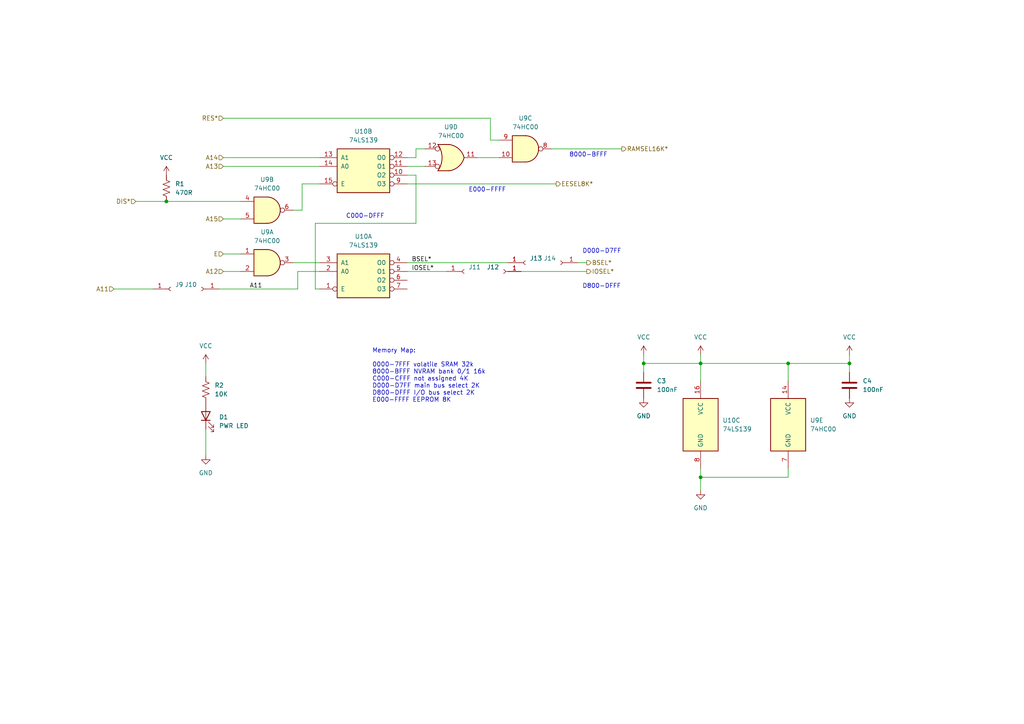
<source format=kicad_sch>
(kicad_sch (version 20230121) (generator eeschema)

  (uuid 6ed76121-9f06-4904-8c42-8dd192c2a656)

  (paper "A4")

  (lib_symbols
    (symbol "74xx:74HC00" (pin_names (offset 1.016)) (in_bom yes) (on_board yes)
      (property "Reference" "U" (at 0 1.27 0)
        (effects (font (size 1.27 1.27)))
      )
      (property "Value" "74HC00" (at 0 -1.27 0)
        (effects (font (size 1.27 1.27)))
      )
      (property "Footprint" "" (at 0 0 0)
        (effects (font (size 1.27 1.27)) hide)
      )
      (property "Datasheet" "http://www.ti.com/lit/gpn/sn74hc00" (at 0 0 0)
        (effects (font (size 1.27 1.27)) hide)
      )
      (property "ki_locked" "" (at 0 0 0)
        (effects (font (size 1.27 1.27)))
      )
      (property "ki_keywords" "HCMOS nand 2-input" (at 0 0 0)
        (effects (font (size 1.27 1.27)) hide)
      )
      (property "ki_description" "quad 2-input NAND gate" (at 0 0 0)
        (effects (font (size 1.27 1.27)) hide)
      )
      (property "ki_fp_filters" "DIP*W7.62mm* SO14*" (at 0 0 0)
        (effects (font (size 1.27 1.27)) hide)
      )
      (symbol "74HC00_1_1"
        (arc (start 0 -3.81) (mid 3.7934 0) (end 0 3.81)
          (stroke (width 0.254) (type default))
          (fill (type background))
        )
        (polyline
          (pts
            (xy 0 3.81)
            (xy -3.81 3.81)
            (xy -3.81 -3.81)
            (xy 0 -3.81)
          )
          (stroke (width 0.254) (type default))
          (fill (type background))
        )
        (pin input line (at -7.62 2.54 0) (length 3.81)
          (name "~" (effects (font (size 1.27 1.27))))
          (number "1" (effects (font (size 1.27 1.27))))
        )
        (pin input line (at -7.62 -2.54 0) (length 3.81)
          (name "~" (effects (font (size 1.27 1.27))))
          (number "2" (effects (font (size 1.27 1.27))))
        )
        (pin output inverted (at 7.62 0 180) (length 3.81)
          (name "~" (effects (font (size 1.27 1.27))))
          (number "3" (effects (font (size 1.27 1.27))))
        )
      )
      (symbol "74HC00_1_2"
        (arc (start -3.81 -3.81) (mid -2.589 0) (end -3.81 3.81)
          (stroke (width 0.254) (type default))
          (fill (type none))
        )
        (arc (start -0.6096 -3.81) (mid 2.1842 -2.5851) (end 3.81 0)
          (stroke (width 0.254) (type default))
          (fill (type background))
        )
        (polyline
          (pts
            (xy -3.81 -3.81)
            (xy -0.635 -3.81)
          )
          (stroke (width 0.254) (type default))
          (fill (type background))
        )
        (polyline
          (pts
            (xy -3.81 3.81)
            (xy -0.635 3.81)
          )
          (stroke (width 0.254) (type default))
          (fill (type background))
        )
        (polyline
          (pts
            (xy -0.635 3.81)
            (xy -3.81 3.81)
            (xy -3.81 3.81)
            (xy -3.556 3.4036)
            (xy -3.0226 2.2606)
            (xy -2.6924 1.0414)
            (xy -2.6162 -0.254)
            (xy -2.7686 -1.4986)
            (xy -3.175 -2.7178)
            (xy -3.81 -3.81)
            (xy -3.81 -3.81)
            (xy -0.635 -3.81)
          )
          (stroke (width -25.4) (type default))
          (fill (type background))
        )
        (arc (start 3.81 0) (mid 2.1915 2.5936) (end -0.6096 3.81)
          (stroke (width 0.254) (type default))
          (fill (type background))
        )
        (pin input inverted (at -7.62 2.54 0) (length 4.318)
          (name "~" (effects (font (size 1.27 1.27))))
          (number "1" (effects (font (size 1.27 1.27))))
        )
        (pin input inverted (at -7.62 -2.54 0) (length 4.318)
          (name "~" (effects (font (size 1.27 1.27))))
          (number "2" (effects (font (size 1.27 1.27))))
        )
        (pin output line (at 7.62 0 180) (length 3.81)
          (name "~" (effects (font (size 1.27 1.27))))
          (number "3" (effects (font (size 1.27 1.27))))
        )
      )
      (symbol "74HC00_2_1"
        (arc (start 0 -3.81) (mid 3.7934 0) (end 0 3.81)
          (stroke (width 0.254) (type default))
          (fill (type background))
        )
        (polyline
          (pts
            (xy 0 3.81)
            (xy -3.81 3.81)
            (xy -3.81 -3.81)
            (xy 0 -3.81)
          )
          (stroke (width 0.254) (type default))
          (fill (type background))
        )
        (pin input line (at -7.62 2.54 0) (length 3.81)
          (name "~" (effects (font (size 1.27 1.27))))
          (number "4" (effects (font (size 1.27 1.27))))
        )
        (pin input line (at -7.62 -2.54 0) (length 3.81)
          (name "~" (effects (font (size 1.27 1.27))))
          (number "5" (effects (font (size 1.27 1.27))))
        )
        (pin output inverted (at 7.62 0 180) (length 3.81)
          (name "~" (effects (font (size 1.27 1.27))))
          (number "6" (effects (font (size 1.27 1.27))))
        )
      )
      (symbol "74HC00_2_2"
        (arc (start -3.81 -3.81) (mid -2.589 0) (end -3.81 3.81)
          (stroke (width 0.254) (type default))
          (fill (type none))
        )
        (arc (start -0.6096 -3.81) (mid 2.1842 -2.5851) (end 3.81 0)
          (stroke (width 0.254) (type default))
          (fill (type background))
        )
        (polyline
          (pts
            (xy -3.81 -3.81)
            (xy -0.635 -3.81)
          )
          (stroke (width 0.254) (type default))
          (fill (type background))
        )
        (polyline
          (pts
            (xy -3.81 3.81)
            (xy -0.635 3.81)
          )
          (stroke (width 0.254) (type default))
          (fill (type background))
        )
        (polyline
          (pts
            (xy -0.635 3.81)
            (xy -3.81 3.81)
            (xy -3.81 3.81)
            (xy -3.556 3.4036)
            (xy -3.0226 2.2606)
            (xy -2.6924 1.0414)
            (xy -2.6162 -0.254)
            (xy -2.7686 -1.4986)
            (xy -3.175 -2.7178)
            (xy -3.81 -3.81)
            (xy -3.81 -3.81)
            (xy -0.635 -3.81)
          )
          (stroke (width -25.4) (type default))
          (fill (type background))
        )
        (arc (start 3.81 0) (mid 2.1915 2.5936) (end -0.6096 3.81)
          (stroke (width 0.254) (type default))
          (fill (type background))
        )
        (pin input inverted (at -7.62 2.54 0) (length 4.318)
          (name "~" (effects (font (size 1.27 1.27))))
          (number "4" (effects (font (size 1.27 1.27))))
        )
        (pin input inverted (at -7.62 -2.54 0) (length 4.318)
          (name "~" (effects (font (size 1.27 1.27))))
          (number "5" (effects (font (size 1.27 1.27))))
        )
        (pin output line (at 7.62 0 180) (length 3.81)
          (name "~" (effects (font (size 1.27 1.27))))
          (number "6" (effects (font (size 1.27 1.27))))
        )
      )
      (symbol "74HC00_3_1"
        (arc (start 0 -3.81) (mid 3.7934 0) (end 0 3.81)
          (stroke (width 0.254) (type default))
          (fill (type background))
        )
        (polyline
          (pts
            (xy 0 3.81)
            (xy -3.81 3.81)
            (xy -3.81 -3.81)
            (xy 0 -3.81)
          )
          (stroke (width 0.254) (type default))
          (fill (type background))
        )
        (pin input line (at -7.62 -2.54 0) (length 3.81)
          (name "~" (effects (font (size 1.27 1.27))))
          (number "10" (effects (font (size 1.27 1.27))))
        )
        (pin output inverted (at 7.62 0 180) (length 3.81)
          (name "~" (effects (font (size 1.27 1.27))))
          (number "8" (effects (font (size 1.27 1.27))))
        )
        (pin input line (at -7.62 2.54 0) (length 3.81)
          (name "~" (effects (font (size 1.27 1.27))))
          (number "9" (effects (font (size 1.27 1.27))))
        )
      )
      (symbol "74HC00_3_2"
        (arc (start -3.81 -3.81) (mid -2.589 0) (end -3.81 3.81)
          (stroke (width 0.254) (type default))
          (fill (type none))
        )
        (arc (start -0.6096 -3.81) (mid 2.1842 -2.5851) (end 3.81 0)
          (stroke (width 0.254) (type default))
          (fill (type background))
        )
        (polyline
          (pts
            (xy -3.81 -3.81)
            (xy -0.635 -3.81)
          )
          (stroke (width 0.254) (type default))
          (fill (type background))
        )
        (polyline
          (pts
            (xy -3.81 3.81)
            (xy -0.635 3.81)
          )
          (stroke (width 0.254) (type default))
          (fill (type background))
        )
        (polyline
          (pts
            (xy -0.635 3.81)
            (xy -3.81 3.81)
            (xy -3.81 3.81)
            (xy -3.556 3.4036)
            (xy -3.0226 2.2606)
            (xy -2.6924 1.0414)
            (xy -2.6162 -0.254)
            (xy -2.7686 -1.4986)
            (xy -3.175 -2.7178)
            (xy -3.81 -3.81)
            (xy -3.81 -3.81)
            (xy -0.635 -3.81)
          )
          (stroke (width -25.4) (type default))
          (fill (type background))
        )
        (arc (start 3.81 0) (mid 2.1915 2.5936) (end -0.6096 3.81)
          (stroke (width 0.254) (type default))
          (fill (type background))
        )
        (pin input inverted (at -7.62 -2.54 0) (length 4.318)
          (name "~" (effects (font (size 1.27 1.27))))
          (number "10" (effects (font (size 1.27 1.27))))
        )
        (pin output line (at 7.62 0 180) (length 3.81)
          (name "~" (effects (font (size 1.27 1.27))))
          (number "8" (effects (font (size 1.27 1.27))))
        )
        (pin input inverted (at -7.62 2.54 0) (length 4.318)
          (name "~" (effects (font (size 1.27 1.27))))
          (number "9" (effects (font (size 1.27 1.27))))
        )
      )
      (symbol "74HC00_4_1"
        (arc (start 0 -3.81) (mid 3.7934 0) (end 0 3.81)
          (stroke (width 0.254) (type default))
          (fill (type background))
        )
        (polyline
          (pts
            (xy 0 3.81)
            (xy -3.81 3.81)
            (xy -3.81 -3.81)
            (xy 0 -3.81)
          )
          (stroke (width 0.254) (type default))
          (fill (type background))
        )
        (pin output inverted (at 7.62 0 180) (length 3.81)
          (name "~" (effects (font (size 1.27 1.27))))
          (number "11" (effects (font (size 1.27 1.27))))
        )
        (pin input line (at -7.62 2.54 0) (length 3.81)
          (name "~" (effects (font (size 1.27 1.27))))
          (number "12" (effects (font (size 1.27 1.27))))
        )
        (pin input line (at -7.62 -2.54 0) (length 3.81)
          (name "~" (effects (font (size 1.27 1.27))))
          (number "13" (effects (font (size 1.27 1.27))))
        )
      )
      (symbol "74HC00_4_2"
        (arc (start -3.81 -3.81) (mid -2.589 0) (end -3.81 3.81)
          (stroke (width 0.254) (type default))
          (fill (type none))
        )
        (arc (start -0.6096 -3.81) (mid 2.1842 -2.5851) (end 3.81 0)
          (stroke (width 0.254) (type default))
          (fill (type background))
        )
        (polyline
          (pts
            (xy -3.81 -3.81)
            (xy -0.635 -3.81)
          )
          (stroke (width 0.254) (type default))
          (fill (type background))
        )
        (polyline
          (pts
            (xy -3.81 3.81)
            (xy -0.635 3.81)
          )
          (stroke (width 0.254) (type default))
          (fill (type background))
        )
        (polyline
          (pts
            (xy -0.635 3.81)
            (xy -3.81 3.81)
            (xy -3.81 3.81)
            (xy -3.556 3.4036)
            (xy -3.0226 2.2606)
            (xy -2.6924 1.0414)
            (xy -2.6162 -0.254)
            (xy -2.7686 -1.4986)
            (xy -3.175 -2.7178)
            (xy -3.81 -3.81)
            (xy -3.81 -3.81)
            (xy -0.635 -3.81)
          )
          (stroke (width -25.4) (type default))
          (fill (type background))
        )
        (arc (start 3.81 0) (mid 2.1915 2.5936) (end -0.6096 3.81)
          (stroke (width 0.254) (type default))
          (fill (type background))
        )
        (pin output line (at 7.62 0 180) (length 3.81)
          (name "~" (effects (font (size 1.27 1.27))))
          (number "11" (effects (font (size 1.27 1.27))))
        )
        (pin input inverted (at -7.62 2.54 0) (length 4.318)
          (name "~" (effects (font (size 1.27 1.27))))
          (number "12" (effects (font (size 1.27 1.27))))
        )
        (pin input inverted (at -7.62 -2.54 0) (length 4.318)
          (name "~" (effects (font (size 1.27 1.27))))
          (number "13" (effects (font (size 1.27 1.27))))
        )
      )
      (symbol "74HC00_5_0"
        (pin power_in line (at 0 12.7 270) (length 5.08)
          (name "VCC" (effects (font (size 1.27 1.27))))
          (number "14" (effects (font (size 1.27 1.27))))
        )
        (pin power_in line (at 0 -12.7 90) (length 5.08)
          (name "GND" (effects (font (size 1.27 1.27))))
          (number "7" (effects (font (size 1.27 1.27))))
        )
      )
      (symbol "74HC00_5_1"
        (rectangle (start -5.08 7.62) (end 5.08 -7.62)
          (stroke (width 0.254) (type default))
          (fill (type background))
        )
      )
    )
    (symbol "74xx:74LS139" (pin_names (offset 1.016)) (in_bom yes) (on_board yes)
      (property "Reference" "U" (at -7.62 8.89 0)
        (effects (font (size 1.27 1.27)))
      )
      (property "Value" "74LS139" (at -7.62 -8.89 0)
        (effects (font (size 1.27 1.27)))
      )
      (property "Footprint" "" (at 0 0 0)
        (effects (font (size 1.27 1.27)) hide)
      )
      (property "Datasheet" "http://www.ti.com/lit/ds/symlink/sn74ls139a.pdf" (at 0 0 0)
        (effects (font (size 1.27 1.27)) hide)
      )
      (property "ki_locked" "" (at 0 0 0)
        (effects (font (size 1.27 1.27)))
      )
      (property "ki_keywords" "TTL DECOD4" (at 0 0 0)
        (effects (font (size 1.27 1.27)) hide)
      )
      (property "ki_description" "Dual Decoder 1 of 4, Active low outputs" (at 0 0 0)
        (effects (font (size 1.27 1.27)) hide)
      )
      (property "ki_fp_filters" "DIP?16*" (at 0 0 0)
        (effects (font (size 1.27 1.27)) hide)
      )
      (symbol "74LS139_1_0"
        (pin input inverted (at -12.7 -5.08 0) (length 5.08)
          (name "E" (effects (font (size 1.27 1.27))))
          (number "1" (effects (font (size 1.27 1.27))))
        )
        (pin input line (at -12.7 0 0) (length 5.08)
          (name "A0" (effects (font (size 1.27 1.27))))
          (number "2" (effects (font (size 1.27 1.27))))
        )
        (pin input line (at -12.7 2.54 0) (length 5.08)
          (name "A1" (effects (font (size 1.27 1.27))))
          (number "3" (effects (font (size 1.27 1.27))))
        )
        (pin output inverted (at 12.7 2.54 180) (length 5.08)
          (name "O0" (effects (font (size 1.27 1.27))))
          (number "4" (effects (font (size 1.27 1.27))))
        )
        (pin output inverted (at 12.7 0 180) (length 5.08)
          (name "O1" (effects (font (size 1.27 1.27))))
          (number "5" (effects (font (size 1.27 1.27))))
        )
        (pin output inverted (at 12.7 -2.54 180) (length 5.08)
          (name "O2" (effects (font (size 1.27 1.27))))
          (number "6" (effects (font (size 1.27 1.27))))
        )
        (pin output inverted (at 12.7 -5.08 180) (length 5.08)
          (name "O3" (effects (font (size 1.27 1.27))))
          (number "7" (effects (font (size 1.27 1.27))))
        )
      )
      (symbol "74LS139_1_1"
        (rectangle (start -7.62 5.08) (end 7.62 -7.62)
          (stroke (width 0.254) (type default))
          (fill (type background))
        )
      )
      (symbol "74LS139_2_0"
        (pin output inverted (at 12.7 -2.54 180) (length 5.08)
          (name "O2" (effects (font (size 1.27 1.27))))
          (number "10" (effects (font (size 1.27 1.27))))
        )
        (pin output inverted (at 12.7 0 180) (length 5.08)
          (name "O1" (effects (font (size 1.27 1.27))))
          (number "11" (effects (font (size 1.27 1.27))))
        )
        (pin output inverted (at 12.7 2.54 180) (length 5.08)
          (name "O0" (effects (font (size 1.27 1.27))))
          (number "12" (effects (font (size 1.27 1.27))))
        )
        (pin input line (at -12.7 2.54 0) (length 5.08)
          (name "A1" (effects (font (size 1.27 1.27))))
          (number "13" (effects (font (size 1.27 1.27))))
        )
        (pin input line (at -12.7 0 0) (length 5.08)
          (name "A0" (effects (font (size 1.27 1.27))))
          (number "14" (effects (font (size 1.27 1.27))))
        )
        (pin input inverted (at -12.7 -5.08 0) (length 5.08)
          (name "E" (effects (font (size 1.27 1.27))))
          (number "15" (effects (font (size 1.27 1.27))))
        )
        (pin output inverted (at 12.7 -5.08 180) (length 5.08)
          (name "O3" (effects (font (size 1.27 1.27))))
          (number "9" (effects (font (size 1.27 1.27))))
        )
      )
      (symbol "74LS139_2_1"
        (rectangle (start -7.62 5.08) (end 7.62 -7.62)
          (stroke (width 0.254) (type default))
          (fill (type background))
        )
      )
      (symbol "74LS139_3_0"
        (pin power_in line (at 0 12.7 270) (length 5.08)
          (name "VCC" (effects (font (size 1.27 1.27))))
          (number "16" (effects (font (size 1.27 1.27))))
        )
        (pin power_in line (at 0 -12.7 90) (length 5.08)
          (name "GND" (effects (font (size 1.27 1.27))))
          (number "8" (effects (font (size 1.27 1.27))))
        )
      )
      (symbol "74LS139_3_1"
        (rectangle (start -5.08 7.62) (end 5.08 -7.62)
          (stroke (width 0.254) (type default))
          (fill (type background))
        )
      )
    )
    (symbol "Connector:Conn_01x01_Female" (pin_names (offset 1.016) hide) (in_bom yes) (on_board yes)
      (property "Reference" "J" (at 0 2.54 0)
        (effects (font (size 1.27 1.27)))
      )
      (property "Value" "Conn_01x01_Female" (at 0 -2.54 0)
        (effects (font (size 1.27 1.27)))
      )
      (property "Footprint" "" (at 0 0 0)
        (effects (font (size 1.27 1.27)) hide)
      )
      (property "Datasheet" "~" (at 0 0 0)
        (effects (font (size 1.27 1.27)) hide)
      )
      (property "ki_keywords" "connector" (at 0 0 0)
        (effects (font (size 1.27 1.27)) hide)
      )
      (property "ki_description" "Generic connector, single row, 01x01, script generated (kicad-library-utils/schlib/autogen/connector/)" (at 0 0 0)
        (effects (font (size 1.27 1.27)) hide)
      )
      (property "ki_fp_filters" "Connector*:*" (at 0 0 0)
        (effects (font (size 1.27 1.27)) hide)
      )
      (symbol "Conn_01x01_Female_1_1"
        (polyline
          (pts
            (xy -1.27 0)
            (xy -0.508 0)
          )
          (stroke (width 0.1524) (type default))
          (fill (type none))
        )
        (arc (start 0 0.508) (mid -0.5058 0) (end 0 -0.508)
          (stroke (width 0.1524) (type default))
          (fill (type none))
        )
        (pin passive line (at -5.08 0 0) (length 3.81)
          (name "Pin_1" (effects (font (size 1.27 1.27))))
          (number "1" (effects (font (size 1.27 1.27))))
        )
      )
    )
    (symbol "Device:C" (pin_numbers hide) (pin_names (offset 0.254)) (in_bom yes) (on_board yes)
      (property "Reference" "C" (at 0.635 2.54 0)
        (effects (font (size 1.27 1.27)) (justify left))
      )
      (property "Value" "C" (at 0.635 -2.54 0)
        (effects (font (size 1.27 1.27)) (justify left))
      )
      (property "Footprint" "" (at 0.9652 -3.81 0)
        (effects (font (size 1.27 1.27)) hide)
      )
      (property "Datasheet" "~" (at 0 0 0)
        (effects (font (size 1.27 1.27)) hide)
      )
      (property "ki_keywords" "cap capacitor" (at 0 0 0)
        (effects (font (size 1.27 1.27)) hide)
      )
      (property "ki_description" "Unpolarized capacitor" (at 0 0 0)
        (effects (font (size 1.27 1.27)) hide)
      )
      (property "ki_fp_filters" "C_*" (at 0 0 0)
        (effects (font (size 1.27 1.27)) hide)
      )
      (symbol "C_0_1"
        (polyline
          (pts
            (xy -2.032 -0.762)
            (xy 2.032 -0.762)
          )
          (stroke (width 0.508) (type default))
          (fill (type none))
        )
        (polyline
          (pts
            (xy -2.032 0.762)
            (xy 2.032 0.762)
          )
          (stroke (width 0.508) (type default))
          (fill (type none))
        )
      )
      (symbol "C_1_1"
        (pin passive line (at 0 3.81 270) (length 2.794)
          (name "~" (effects (font (size 1.27 1.27))))
          (number "1" (effects (font (size 1.27 1.27))))
        )
        (pin passive line (at 0 -3.81 90) (length 2.794)
          (name "~" (effects (font (size 1.27 1.27))))
          (number "2" (effects (font (size 1.27 1.27))))
        )
      )
    )
    (symbol "Device:LED" (pin_numbers hide) (pin_names (offset 1.016) hide) (in_bom yes) (on_board yes)
      (property "Reference" "D" (at 0 2.54 0)
        (effects (font (size 1.27 1.27)))
      )
      (property "Value" "LED" (at 0 -2.54 0)
        (effects (font (size 1.27 1.27)))
      )
      (property "Footprint" "" (at 0 0 0)
        (effects (font (size 1.27 1.27)) hide)
      )
      (property "Datasheet" "~" (at 0 0 0)
        (effects (font (size 1.27 1.27)) hide)
      )
      (property "ki_keywords" "LED diode" (at 0 0 0)
        (effects (font (size 1.27 1.27)) hide)
      )
      (property "ki_description" "Light emitting diode" (at 0 0 0)
        (effects (font (size 1.27 1.27)) hide)
      )
      (property "ki_fp_filters" "LED* LED_SMD:* LED_THT:*" (at 0 0 0)
        (effects (font (size 1.27 1.27)) hide)
      )
      (symbol "LED_0_1"
        (polyline
          (pts
            (xy -1.27 -1.27)
            (xy -1.27 1.27)
          )
          (stroke (width 0.254) (type default))
          (fill (type none))
        )
        (polyline
          (pts
            (xy -1.27 0)
            (xy 1.27 0)
          )
          (stroke (width 0) (type default))
          (fill (type none))
        )
        (polyline
          (pts
            (xy 1.27 -1.27)
            (xy 1.27 1.27)
            (xy -1.27 0)
            (xy 1.27 -1.27)
          )
          (stroke (width 0.254) (type default))
          (fill (type none))
        )
        (polyline
          (pts
            (xy -3.048 -0.762)
            (xy -4.572 -2.286)
            (xy -3.81 -2.286)
            (xy -4.572 -2.286)
            (xy -4.572 -1.524)
          )
          (stroke (width 0) (type default))
          (fill (type none))
        )
        (polyline
          (pts
            (xy -1.778 -0.762)
            (xy -3.302 -2.286)
            (xy -2.54 -2.286)
            (xy -3.302 -2.286)
            (xy -3.302 -1.524)
          )
          (stroke (width 0) (type default))
          (fill (type none))
        )
      )
      (symbol "LED_1_1"
        (pin passive line (at -3.81 0 0) (length 2.54)
          (name "K" (effects (font (size 1.27 1.27))))
          (number "1" (effects (font (size 1.27 1.27))))
        )
        (pin passive line (at 3.81 0 180) (length 2.54)
          (name "A" (effects (font (size 1.27 1.27))))
          (number "2" (effects (font (size 1.27 1.27))))
        )
      )
    )
    (symbol "Device:R_US" (pin_numbers hide) (pin_names (offset 0)) (in_bom yes) (on_board yes)
      (property "Reference" "R" (at 2.54 0 90)
        (effects (font (size 1.27 1.27)))
      )
      (property "Value" "R_US" (at -2.54 0 90)
        (effects (font (size 1.27 1.27)))
      )
      (property "Footprint" "" (at 1.016 -0.254 90)
        (effects (font (size 1.27 1.27)) hide)
      )
      (property "Datasheet" "~" (at 0 0 0)
        (effects (font (size 1.27 1.27)) hide)
      )
      (property "ki_keywords" "R res resistor" (at 0 0 0)
        (effects (font (size 1.27 1.27)) hide)
      )
      (property "ki_description" "Resistor, US symbol" (at 0 0 0)
        (effects (font (size 1.27 1.27)) hide)
      )
      (property "ki_fp_filters" "R_*" (at 0 0 0)
        (effects (font (size 1.27 1.27)) hide)
      )
      (symbol "R_US_0_1"
        (polyline
          (pts
            (xy 0 -2.286)
            (xy 0 -2.54)
          )
          (stroke (width 0) (type default))
          (fill (type none))
        )
        (polyline
          (pts
            (xy 0 2.286)
            (xy 0 2.54)
          )
          (stroke (width 0) (type default))
          (fill (type none))
        )
        (polyline
          (pts
            (xy 0 -0.762)
            (xy 1.016 -1.143)
            (xy 0 -1.524)
            (xy -1.016 -1.905)
            (xy 0 -2.286)
          )
          (stroke (width 0) (type default))
          (fill (type none))
        )
        (polyline
          (pts
            (xy 0 0.762)
            (xy 1.016 0.381)
            (xy 0 0)
            (xy -1.016 -0.381)
            (xy 0 -0.762)
          )
          (stroke (width 0) (type default))
          (fill (type none))
        )
        (polyline
          (pts
            (xy 0 2.286)
            (xy 1.016 1.905)
            (xy 0 1.524)
            (xy -1.016 1.143)
            (xy 0 0.762)
          )
          (stroke (width 0) (type default))
          (fill (type none))
        )
      )
      (symbol "R_US_1_1"
        (pin passive line (at 0 3.81 270) (length 1.27)
          (name "~" (effects (font (size 1.27 1.27))))
          (number "1" (effects (font (size 1.27 1.27))))
        )
        (pin passive line (at 0 -3.81 90) (length 1.27)
          (name "~" (effects (font (size 1.27 1.27))))
          (number "2" (effects (font (size 1.27 1.27))))
        )
      )
    )
    (symbol "power:GND" (power) (pin_names (offset 0)) (in_bom yes) (on_board yes)
      (property "Reference" "#PWR" (at 0 -6.35 0)
        (effects (font (size 1.27 1.27)) hide)
      )
      (property "Value" "GND" (at 0 -3.81 0)
        (effects (font (size 1.27 1.27)))
      )
      (property "Footprint" "" (at 0 0 0)
        (effects (font (size 1.27 1.27)) hide)
      )
      (property "Datasheet" "" (at 0 0 0)
        (effects (font (size 1.27 1.27)) hide)
      )
      (property "ki_keywords" "power-flag" (at 0 0 0)
        (effects (font (size 1.27 1.27)) hide)
      )
      (property "ki_description" "Power symbol creates a global label with name \"GND\" , ground" (at 0 0 0)
        (effects (font (size 1.27 1.27)) hide)
      )
      (symbol "GND_0_1"
        (polyline
          (pts
            (xy 0 0)
            (xy 0 -1.27)
            (xy 1.27 -1.27)
            (xy 0 -2.54)
            (xy -1.27 -1.27)
            (xy 0 -1.27)
          )
          (stroke (width 0) (type default))
          (fill (type none))
        )
      )
      (symbol "GND_1_1"
        (pin power_in line (at 0 0 270) (length 0) hide
          (name "GND" (effects (font (size 1.27 1.27))))
          (number "1" (effects (font (size 1.27 1.27))))
        )
      )
    )
    (symbol "power:VCC" (power) (pin_names (offset 0)) (in_bom yes) (on_board yes)
      (property "Reference" "#PWR" (at 0 -3.81 0)
        (effects (font (size 1.27 1.27)) hide)
      )
      (property "Value" "VCC" (at 0 3.81 0)
        (effects (font (size 1.27 1.27)))
      )
      (property "Footprint" "" (at 0 0 0)
        (effects (font (size 1.27 1.27)) hide)
      )
      (property "Datasheet" "" (at 0 0 0)
        (effects (font (size 1.27 1.27)) hide)
      )
      (property "ki_keywords" "power-flag" (at 0 0 0)
        (effects (font (size 1.27 1.27)) hide)
      )
      (property "ki_description" "Power symbol creates a global label with name \"VCC\"" (at 0 0 0)
        (effects (font (size 1.27 1.27)) hide)
      )
      (symbol "VCC_0_1"
        (polyline
          (pts
            (xy -0.762 1.27)
            (xy 0 2.54)
          )
          (stroke (width 0) (type default))
          (fill (type none))
        )
        (polyline
          (pts
            (xy 0 0)
            (xy 0 2.54)
          )
          (stroke (width 0) (type default))
          (fill (type none))
        )
        (polyline
          (pts
            (xy 0 2.54)
            (xy 0.762 1.27)
          )
          (stroke (width 0) (type default))
          (fill (type none))
        )
      )
      (symbol "VCC_1_1"
        (pin power_in line (at 0 0 90) (length 0) hide
          (name "VCC" (effects (font (size 1.27 1.27))))
          (number "1" (effects (font (size 1.27 1.27))))
        )
      )
    )
  )

  (junction (at 203.2 105.41) (diameter 0) (color 0 0 0 0)
    (uuid 3695d269-734d-43b1-b332-2e3ec68bb4ea)
  )
  (junction (at 48.26 58.42) (diameter 0) (color 0 0 0 0)
    (uuid 6215a9d4-a919-4bc4-8c60-300e97ad240a)
  )
  (junction (at 186.69 105.41) (diameter 0) (color 0 0 0 0)
    (uuid 6a2861b0-a9d6-4d71-bbbf-a8eeddea874b)
  )
  (junction (at 228.6 105.41) (diameter 0) (color 0 0 0 0)
    (uuid 6e11127a-50bc-4eec-ac80-721ac68aac54)
  )
  (junction (at 246.38 105.41) (diameter 0) (color 0 0 0 0)
    (uuid 7d77720d-f012-42db-9f40-1828d27f80dd)
  )
  (junction (at 203.2 138.43) (diameter 0) (color 0 0 0 0)
    (uuid 97460e9d-ae79-40da-b3ef-564a6efb9d0a)
  )

  (wire (pts (xy 48.26 58.42) (xy 69.85 58.42))
    (stroke (width 0) (type default))
    (uuid 08507b62-5c37-4eca-9f7f-221b9949d24d)
  )
  (wire (pts (xy 85.09 60.96) (xy 87.63 60.96))
    (stroke (width 0) (type default))
    (uuid 086a7ea8-92fb-472a-9b65-7f6d16ce425f)
  )
  (wire (pts (xy 64.77 48.26) (xy 92.71 48.26))
    (stroke (width 0) (type default))
    (uuid 0a3e7ff2-c30e-46e6-af16-0dd98826589a)
  )
  (wire (pts (xy 138.43 45.72) (xy 144.78 45.72))
    (stroke (width 0) (type default))
    (uuid 2140eeef-19a1-45e5-b3c6-ef66930010a2)
  )
  (wire (pts (xy 85.09 76.2) (xy 92.71 76.2))
    (stroke (width 0) (type default))
    (uuid 230e1c99-d9b3-46e3-b66a-6d7fab0a0cac)
  )
  (wire (pts (xy 118.11 76.2) (xy 147.32 76.2))
    (stroke (width 0) (type default))
    (uuid 23c12727-0d9a-42d8-93ae-1d8182d7a14b)
  )
  (wire (pts (xy 120.65 50.8) (xy 120.65 64.77))
    (stroke (width 0) (type default))
    (uuid 265c259b-751f-4ffb-82a0-d3ceebbe5a69)
  )
  (wire (pts (xy 33.02 83.82) (xy 44.45 83.82))
    (stroke (width 0) (type default))
    (uuid 2e042069-dcb6-485d-ae25-2ad696ad794f)
  )
  (wire (pts (xy 118.11 50.8) (xy 120.65 50.8))
    (stroke (width 0) (type default))
    (uuid 3493c40c-dea7-4d83-8e84-5bc815e71b05)
  )
  (wire (pts (xy 186.69 105.41) (xy 203.2 105.41))
    (stroke (width 0) (type default))
    (uuid 385734bd-284f-4538-be54-901e247a8ade)
  )
  (wire (pts (xy 86.36 83.82) (xy 86.36 78.74))
    (stroke (width 0) (type default))
    (uuid 3bf428aa-1d67-413d-8751-e5136d6d6477)
  )
  (wire (pts (xy 151.13 78.74) (xy 170.18 78.74))
    (stroke (width 0) (type default))
    (uuid 3e3c62aa-1cc0-4778-85d3-7d8249404ff1)
  )
  (wire (pts (xy 203.2 102.87) (xy 203.2 105.41))
    (stroke (width 0) (type default))
    (uuid 42c20add-ec31-418c-95ed-d85c16713da6)
  )
  (wire (pts (xy 228.6 105.41) (xy 203.2 105.41))
    (stroke (width 0) (type default))
    (uuid 46dae707-572c-4f08-a317-6826636e8610)
  )
  (wire (pts (xy 186.69 102.87) (xy 186.69 105.41))
    (stroke (width 0) (type default))
    (uuid 4704ea69-f2ea-4b4c-aa76-6d61f50c15f2)
  )
  (wire (pts (xy 118.11 45.72) (xy 120.65 45.72))
    (stroke (width 0) (type default))
    (uuid 47ff9744-9dab-4741-b1f1-c609f1531474)
  )
  (wire (pts (xy 246.38 105.41) (xy 246.38 107.95))
    (stroke (width 0) (type default))
    (uuid 48eafc9c-fc43-4e9d-b4bf-0c652db30b1d)
  )
  (wire (pts (xy 59.69 105.41) (xy 59.69 109.22))
    (stroke (width 0) (type default))
    (uuid 4b08c0b6-229e-4a25-8111-79b932507dc0)
  )
  (wire (pts (xy 228.6 110.49) (xy 228.6 105.41))
    (stroke (width 0) (type default))
    (uuid 4bf39b7e-ebd4-4ca6-9ca5-bc56f253f1a8)
  )
  (wire (pts (xy 228.6 105.41) (xy 246.38 105.41))
    (stroke (width 0) (type default))
    (uuid 56aa42d2-6a90-4978-80f6-c300746e63c9)
  )
  (wire (pts (xy 120.65 43.18) (xy 123.19 43.18))
    (stroke (width 0) (type default))
    (uuid 5a833f0f-91cc-40a3-9dc9-0b69996c5603)
  )
  (wire (pts (xy 86.36 78.74) (xy 92.71 78.74))
    (stroke (width 0) (type default))
    (uuid 5db27253-3cf0-4c95-9d94-f8a374ddc367)
  )
  (wire (pts (xy 118.11 53.34) (xy 161.29 53.34))
    (stroke (width 0) (type default))
    (uuid 61b2fc64-9f20-4d1a-a956-f4cd431249c7)
  )
  (wire (pts (xy 180.34 43.18) (xy 160.02 43.18))
    (stroke (width 0) (type default))
    (uuid 65b74c45-d5ed-4d4f-9dc9-8f2a83d727bb)
  )
  (wire (pts (xy 63.5 83.82) (xy 86.36 83.82))
    (stroke (width 0) (type default))
    (uuid 66df2a73-03fd-42fc-b4d0-80aec09dbefd)
  )
  (wire (pts (xy 142.24 40.64) (xy 144.78 40.64))
    (stroke (width 0) (type default))
    (uuid 736fdbe7-5d44-48b0-83b5-b14f8853b81f)
  )
  (wire (pts (xy 120.65 64.77) (xy 91.44 64.77))
    (stroke (width 0) (type default))
    (uuid 73a807cb-967b-4e7e-a3f7-b83f6d997505)
  )
  (wire (pts (xy 203.2 105.41) (xy 203.2 110.49))
    (stroke (width 0) (type default))
    (uuid 83c510a2-cebe-49a6-9cdd-8ebc04a6f2a6)
  )
  (wire (pts (xy 91.44 83.82) (xy 92.71 83.82))
    (stroke (width 0) (type default))
    (uuid 9494f082-d800-42dc-a51c-ca75020935f3)
  )
  (wire (pts (xy 167.64 76.2) (xy 170.18 76.2))
    (stroke (width 0) (type default))
    (uuid 9b3bfbfa-7fed-43b7-b693-f01601e50f7e)
  )
  (wire (pts (xy 64.77 45.72) (xy 92.71 45.72))
    (stroke (width 0) (type default))
    (uuid 9c3b5a64-fe85-4d63-b838-d27869732a20)
  )
  (wire (pts (xy 186.69 105.41) (xy 186.69 107.95))
    (stroke (width 0) (type default))
    (uuid 9e14c3e3-d675-4866-9808-901d2ea122e5)
  )
  (wire (pts (xy 120.65 45.72) (xy 120.65 43.18))
    (stroke (width 0) (type default))
    (uuid a15831de-f5a1-4c4a-8e99-9697bde06cbe)
  )
  (wire (pts (xy 246.38 102.87) (xy 246.38 105.41))
    (stroke (width 0) (type default))
    (uuid a27d0d86-f9fb-4ebe-8819-c54990f95e8e)
  )
  (wire (pts (xy 203.2 138.43) (xy 203.2 135.89))
    (stroke (width 0) (type default))
    (uuid a4dc7821-9d8b-452d-b486-5866942a12c9)
  )
  (wire (pts (xy 64.77 63.5) (xy 69.85 63.5))
    (stroke (width 0) (type default))
    (uuid a71d19b8-f7ea-4336-9a45-e282834e70f1)
  )
  (wire (pts (xy 64.77 73.66) (xy 69.85 73.66))
    (stroke (width 0) (type default))
    (uuid b9f8034f-2d04-4ed2-9992-7f1c49ffcce3)
  )
  (wire (pts (xy 118.11 78.74) (xy 129.54 78.74))
    (stroke (width 0) (type default))
    (uuid bc3bedae-d74d-45bd-9f39-53b00b543d4a)
  )
  (wire (pts (xy 228.6 138.43) (xy 203.2 138.43))
    (stroke (width 0) (type default))
    (uuid bdb7a370-c9db-44bc-afeb-9726d0659ef6)
  )
  (wire (pts (xy 64.77 78.74) (xy 69.85 78.74))
    (stroke (width 0) (type default))
    (uuid c971e884-b926-4eb6-bd37-00e3c8bc9190)
  )
  (wire (pts (xy 59.69 132.08) (xy 59.69 124.46))
    (stroke (width 0) (type default))
    (uuid cb9568dc-fbf1-448e-adb4-48e88542ef84)
  )
  (wire (pts (xy 87.63 53.34) (xy 92.71 53.34))
    (stroke (width 0) (type default))
    (uuid d1ee3486-eb3f-4aa0-8dd7-808902dbeba7)
  )
  (wire (pts (xy 64.77 34.29) (xy 142.24 34.29))
    (stroke (width 0) (type default))
    (uuid d2816426-f92e-4a8e-8a1d-8b589dd22da4)
  )
  (wire (pts (xy 142.24 34.29) (xy 142.24 40.64))
    (stroke (width 0) (type default))
    (uuid d58a45b9-0d0f-4642-9f39-79217bfd4183)
  )
  (wire (pts (xy 203.2 142.24) (xy 203.2 138.43))
    (stroke (width 0) (type default))
    (uuid d8c126b7-7e86-42f4-b009-de27b4f1e82c)
  )
  (wire (pts (xy 91.44 64.77) (xy 91.44 83.82))
    (stroke (width 0) (type default))
    (uuid d8e78b02-2f0a-44b4-8893-33fdc442fcd4)
  )
  (wire (pts (xy 39.37 58.42) (xy 48.26 58.42))
    (stroke (width 0) (type default))
    (uuid e3dad81b-bacc-41d6-b0ae-478b080faf75)
  )
  (wire (pts (xy 118.11 48.26) (xy 123.19 48.26))
    (stroke (width 0) (type default))
    (uuid e4355803-b54b-4336-a729-0e9b467511c7)
  )
  (wire (pts (xy 228.6 135.89) (xy 228.6 138.43))
    (stroke (width 0) (type default))
    (uuid ec18ba06-9492-4525-bcbc-d811749b840f)
  )
  (wire (pts (xy 87.63 60.96) (xy 87.63 53.34))
    (stroke (width 0) (type default))
    (uuid f7e7cbfa-6d42-485a-bb19-11245064b3e4)
  )

  (text "D800-DFFF" (at 168.91 83.82 0)
    (effects (font (size 1.27 1.27)) (justify left bottom))
    (uuid 1841a227-4e4a-426e-b933-4c8242577e91)
  )
  (text "C000-DFFF" (at 100.33 63.5 0)
    (effects (font (size 1.27 1.27)) (justify left bottom))
    (uuid 20a70114-65a0-4c51-897a-1bb4460992d2)
  )
  (text "Memory Map:\n\n0000-7FFF volatile SRAM 32k\n8000-BFFF NVRAM bank 0/1 16k\nC000-CFFF not assigned 4K\nD000-D7FF main bus select 2K\nD800-DFFF I/O bus select 2K\nE000-FFFF EEPROM 8K"
    (at 107.95 116.84 0)
    (effects (font (size 1.27 1.27)) (justify left bottom))
    (uuid 551e4dbb-44d0-40be-9bf7-a85c98fc2b3c)
  )
  (text "D000-D7FF" (at 168.91 73.66 0)
    (effects (font (size 1.27 1.27)) (justify left bottom))
    (uuid 88824729-791a-46f0-b8ea-c600d2938c4c)
  )
  (text "E000-FFFF" (at 135.89 55.88 0)
    (effects (font (size 1.27 1.27)) (justify left bottom))
    (uuid 95895102-0e0b-4fd9-ba12-0b1659971568)
  )
  (text "8000-BFFF" (at 165.1 45.72 0)
    (effects (font (size 1.27 1.27)) (justify left bottom))
    (uuid ae944667-42b2-4982-b030-0409ac819ee8)
  )

  (label "BSEL*" (at 119.38 76.2 0) (fields_autoplaced)
    (effects (font (size 1.27 1.27)) (justify left bottom))
    (uuid 11579253-fc8f-49e9-ab74-97d4583e983e)
  )
  (label "A11" (at 72.39 83.82 0) (fields_autoplaced)
    (effects (font (size 1.27 1.27)) (justify left bottom))
    (uuid a6d19177-5128-4122-8be3-1151e3d470be)
  )
  (label "IOSEL*" (at 119.38 78.74 0) (fields_autoplaced)
    (effects (font (size 1.27 1.27)) (justify left bottom))
    (uuid aad62270-c729-454d-a501-be78399bd52d)
  )

  (hierarchical_label "A11" (shape input) (at 33.02 83.82 180) (fields_autoplaced)
    (effects (font (size 1.27 1.27)) (justify right))
    (uuid 0b63507b-66e3-40f3-a096-98f7baba76ad)
  )
  (hierarchical_label "DIS*" (shape input) (at 39.37 58.42 180) (fields_autoplaced)
    (effects (font (size 1.27 1.27)) (justify right))
    (uuid 0e20cbc1-6cd0-4252-8a14-c1d9146f2a63)
  )
  (hierarchical_label "A13" (shape input) (at 64.77 48.26 180) (fields_autoplaced)
    (effects (font (size 1.27 1.27)) (justify right))
    (uuid 43b7f89d-7973-43f3-b6ec-58193606a2c7)
  )
  (hierarchical_label "BSEL*" (shape output) (at 170.18 76.2 0) (fields_autoplaced)
    (effects (font (size 1.27 1.27)) (justify left))
    (uuid 5bddb3a0-5c0b-408c-9931-ac6681940ec2)
  )
  (hierarchical_label "RAMSEL16K*" (shape output) (at 180.34 43.18 0) (fields_autoplaced)
    (effects (font (size 1.27 1.27)) (justify left))
    (uuid 6cc89a07-4695-4d12-a06c-49787eb199b3)
  )
  (hierarchical_label "RES*" (shape input) (at 64.77 34.29 180) (fields_autoplaced)
    (effects (font (size 1.27 1.27)) (justify right))
    (uuid 7b0e1b7a-8539-46c5-9fd3-e88be70be750)
  )
  (hierarchical_label "IOSEL*" (shape output) (at 170.18 78.74 0) (fields_autoplaced)
    (effects (font (size 1.27 1.27)) (justify left))
    (uuid a05ab632-a5b4-4a3a-9de4-543fec878eeb)
  )
  (hierarchical_label "EESEL8K*" (shape output) (at 161.29 53.34 0) (fields_autoplaced)
    (effects (font (size 1.27 1.27)) (justify left))
    (uuid b6b97b49-0e34-4deb-885e-5de6aa8a1fdf)
  )
  (hierarchical_label "A15" (shape input) (at 64.77 63.5 180) (fields_autoplaced)
    (effects (font (size 1.27 1.27)) (justify right))
    (uuid b9d11c43-c260-47ec-bca0-7eb6e9deac15)
  )
  (hierarchical_label "E" (shape input) (at 64.77 73.66 180) (fields_autoplaced)
    (effects (font (size 1.27 1.27)) (justify right))
    (uuid d913fd5f-02fe-4ac9-bfc3-de9cab74face)
  )
  (hierarchical_label "A12" (shape input) (at 64.77 78.74 180) (fields_autoplaced)
    (effects (font (size 1.27 1.27)) (justify right))
    (uuid e8f10fd4-6cf2-4655-adce-db97c0bab52c)
  )
  (hierarchical_label "A14" (shape input) (at 64.77 45.72 180) (fields_autoplaced)
    (effects (font (size 1.27 1.27)) (justify right))
    (uuid fd8258bd-09f2-4df5-80bb-2b788380afae)
  )

  (symbol (lib_id "power:VCC") (at 246.38 102.87 0) (unit 1)
    (in_bom yes) (on_board yes) (dnp no) (fields_autoplaced)
    (uuid 01e3d284-fc93-40e5-97cc-fe2d20dcf811)
    (property "Reference" "#PWR021" (at 246.38 106.68 0)
      (effects (font (size 1.27 1.27)) hide)
    )
    (property "Value" "VCC" (at 246.38 97.79 0)
      (effects (font (size 1.27 1.27)))
    )
    (property "Footprint" "" (at 246.38 102.87 0)
      (effects (font (size 1.27 1.27)) hide)
    )
    (property "Datasheet" "" (at 246.38 102.87 0)
      (effects (font (size 1.27 1.27)) hide)
    )
    (pin "1" (uuid d0181da0-8313-4c9e-89e9-e13bdc829a71))
    (instances
      (project "HD6303RPEVB"
        (path "/41e94b19-4bd8-4c72-aae4-d340f1e5f97f/21d4192b-fe69-41bb-b4ca-d8ed24b7527d"
          (reference "#PWR016") (unit 1)
        )
      )
    )
  )

  (symbol (lib_id "Device:C") (at 186.69 111.76 0) (unit 1)
    (in_bom yes) (on_board yes) (dnp no) (fields_autoplaced)
    (uuid 07bd43d0-f50e-4bef-98e7-f0201091d139)
    (property "Reference" "C8" (at 190.5 110.4899 0)
      (effects (font (size 1.27 1.27)) (justify left))
    )
    (property "Value" "100nF" (at 190.5 113.0299 0)
      (effects (font (size 1.27 1.27)) (justify left))
    )
    (property "Footprint" "Capacitor_THT:C_Disc_D8.0mm_W5.0mm_P5.00mm" (at 187.6552 115.57 0)
      (effects (font (size 1.27 1.27)) hide)
    )
    (property "Datasheet" "~" (at 186.69 111.76 0)
      (effects (font (size 1.27 1.27)) hide)
    )
    (pin "1" (uuid 89b97d06-98c4-4d90-8e5f-883dddea138f))
    (pin "2" (uuid 34127789-c8dc-4a5f-b5e4-4445c5c3e3e9))
    (instances
      (project "HD6303RPEVB"
        (path "/41e94b19-4bd8-4c72-aae4-d340f1e5f97f/21d4192b-fe69-41bb-b4ca-d8ed24b7527d"
          (reference "C3") (unit 1)
        )
      )
    )
  )

  (symbol (lib_id "Connector:Conn_01x01_Female") (at 162.56 76.2 0) (mirror y) (unit 1)
    (in_bom yes) (on_board yes) (dnp no)
    (uuid 0907fc58-58d0-40e8-af39-e6d599adcb9e)
    (property "Reference" "J16" (at 161.29 74.9299 0)
      (effects (font (size 1.27 1.27)) (justify left))
    )
    (property "Value" "Conn_01x01_Female" (at 170.18 78.74 0)
      (effects (font (size 1.27 1.27)) (justify left) hide)
    )
    (property "Footprint" "Connector_PinHeader_2.00mm:PinHeader_1x01_P2.00mm_Vertical" (at 162.56 76.2 0)
      (effects (font (size 1.27 1.27)) hide)
    )
    (property "Datasheet" "~" (at 162.56 76.2 0)
      (effects (font (size 1.27 1.27)) hide)
    )
    (pin "1" (uuid 5ef91c70-7175-438c-9141-446a049de3ea))
    (instances
      (project "HD6303RPEVB"
        (path "/41e94b19-4bd8-4c72-aae4-d340f1e5f97f/21d4192b-fe69-41bb-b4ca-d8ed24b7527d"
          (reference "J14") (unit 1)
        )
      )
    )
  )

  (symbol (lib_id "power:VCC") (at 48.26 50.8 0) (unit 1)
    (in_bom yes) (on_board yes) (dnp no) (fields_autoplaced)
    (uuid 1ee44092-8c49-401d-9df4-130e39ea4442)
    (property "Reference" "#PWR016" (at 48.26 54.61 0)
      (effects (font (size 1.27 1.27)) hide)
    )
    (property "Value" "VCC" (at 48.26 45.72 0)
      (effects (font (size 1.27 1.27)))
    )
    (property "Footprint" "" (at 48.26 50.8 0)
      (effects (font (size 1.27 1.27)) hide)
    )
    (property "Datasheet" "" (at 48.26 50.8 0)
      (effects (font (size 1.27 1.27)) hide)
    )
    (pin "1" (uuid 607d0755-0af0-478b-9b6c-c630c7a2d8d8))
    (instances
      (project "HD6303RPEVB"
        (path "/41e94b19-4bd8-4c72-aae4-d340f1e5f97f/21d4192b-fe69-41bb-b4ca-d8ed24b7527d"
          (reference "#PWR09") (unit 1)
        )
      )
    )
  )

  (symbol (lib_id "Device:R_US") (at 59.69 113.03 0) (unit 1)
    (in_bom yes) (on_board yes) (dnp no) (fields_autoplaced)
    (uuid 2f096969-4152-4afc-891f-0e47334f357b)
    (property "Reference" "R5" (at 62.23 111.7599 0)
      (effects (font (size 1.27 1.27)) (justify left))
    )
    (property "Value" "10K" (at 62.23 114.2999 0)
      (effects (font (size 1.27 1.27)) (justify left))
    )
    (property "Footprint" "Resistor_THT:R_Axial_DIN0207_L6.3mm_D2.5mm_P10.16mm_Horizontal" (at 60.706 113.284 90)
      (effects (font (size 1.27 1.27)) hide)
    )
    (property "Datasheet" "~" (at 59.69 113.03 0)
      (effects (font (size 1.27 1.27)) hide)
    )
    (pin "1" (uuid 3b45d175-ecc0-42e1-bd35-799212550241))
    (pin "2" (uuid 6cdf77d9-b62d-4ba7-88a4-9c459a2c71f7))
    (instances
      (project "HD6303RPEVB"
        (path "/41e94b19-4bd8-4c72-aae4-d340f1e5f97f/21d4192b-fe69-41bb-b4ca-d8ed24b7527d"
          (reference "R2") (unit 1)
        )
      )
    )
  )

  (symbol (lib_id "power:VCC") (at 203.2 102.87 0) (unit 1)
    (in_bom yes) (on_board yes) (dnp no) (fields_autoplaced)
    (uuid 43466559-83d2-468c-b08d-5aefc7d63572)
    (property "Reference" "#PWR019" (at 203.2 106.68 0)
      (effects (font (size 1.27 1.27)) hide)
    )
    (property "Value" "VCC" (at 203.2 97.79 0)
      (effects (font (size 1.27 1.27)))
    )
    (property "Footprint" "" (at 203.2 102.87 0)
      (effects (font (size 1.27 1.27)) hide)
    )
    (property "Datasheet" "" (at 203.2 102.87 0)
      (effects (font (size 1.27 1.27)) hide)
    )
    (pin "1" (uuid 7b02c4a5-d228-4e3d-b968-9baa9d74fe60))
    (instances
      (project "HD6303RPEVB"
        (path "/41e94b19-4bd8-4c72-aae4-d340f1e5f97f/21d4192b-fe69-41bb-b4ca-d8ed24b7527d"
          (reference "#PWR014") (unit 1)
        )
      )
    )
  )

  (symbol (lib_id "power:VCC") (at 186.69 102.87 0) (unit 1)
    (in_bom yes) (on_board yes) (dnp no)
    (uuid 4706870a-3713-4719-90c6-5b0cd8da6d71)
    (property "Reference" "#PWR017" (at 186.69 106.68 0)
      (effects (font (size 1.27 1.27)) hide)
    )
    (property "Value" "VCC" (at 186.69 97.79 0)
      (effects (font (size 1.27 1.27)))
    )
    (property "Footprint" "" (at 186.69 102.87 0)
      (effects (font (size 1.27 1.27)) hide)
    )
    (property "Datasheet" "" (at 186.69 102.87 0)
      (effects (font (size 1.27 1.27)) hide)
    )
    (pin "1" (uuid ed2799b5-167e-4999-bf19-c42671801dcd))
    (instances
      (project "HD6303RPEVB"
        (path "/41e94b19-4bd8-4c72-aae4-d340f1e5f97f/21d4192b-fe69-41bb-b4ca-d8ed24b7527d"
          (reference "#PWR012") (unit 1)
        )
      )
    )
  )

  (symbol (lib_id "74xx:74HC00") (at 77.47 76.2 0) (unit 1)
    (in_bom yes) (on_board yes) (dnp no) (fields_autoplaced)
    (uuid 5040ef30-252d-4384-8bc4-96ac10d6ddaf)
    (property "Reference" "U5" (at 77.47 67.31 0)
      (effects (font (size 1.27 1.27)))
    )
    (property "Value" "74HC00" (at 77.47 69.85 0)
      (effects (font (size 1.27 1.27)))
    )
    (property "Footprint" "Package_DIP:DIP-14_W7.62mm" (at 77.47 76.2 0)
      (effects (font (size 1.27 1.27)) hide)
    )
    (property "Datasheet" "http://www.ti.com/lit/gpn/sn74hc00" (at 77.47 76.2 0)
      (effects (font (size 1.27 1.27)) hide)
    )
    (pin "1" (uuid bae45a3d-7f32-4cbd-9262-c37de2623168))
    (pin "2" (uuid 13bd4268-2a8f-422b-b1d2-60d75c072f0d))
    (pin "3" (uuid 370239c0-944a-40e0-89e9-66ade0ad6752))
    (pin "4" (uuid 1c309ab7-9d41-463e-909c-324901d19b08))
    (pin "5" (uuid f75068c8-950b-4163-880a-1bede7ae4cbb))
    (pin "6" (uuid b6fafc5d-2095-4965-a7c7-85561873485c))
    (pin "10" (uuid 48072b7f-1dea-40c8-97f5-619c9f63144c))
    (pin "8" (uuid 9ff90530-687e-4a89-a852-7d26ca599829))
    (pin "9" (uuid 08db7596-f9a9-4c46-b02f-4e7d34b3d0fb))
    (pin "11" (uuid b59b0e1d-e8cb-461e-a9e1-d5605e91e1c5))
    (pin "12" (uuid d7820f8e-c5fd-4b85-9e76-ac089d3b2848))
    (pin "13" (uuid aa847452-1f36-4fe5-8ab8-de7ed634d8d2))
    (pin "14" (uuid 04c5852b-60e4-4760-9bbd-417a344d776a))
    (pin "7" (uuid 5b6d2577-f12d-450a-ba4a-60314f7a76b7))
    (instances
      (project "HD6303RPEVB"
        (path "/41e94b19-4bd8-4c72-aae4-d340f1e5f97f/21d4192b-fe69-41bb-b4ca-d8ed24b7527d"
          (reference "U9") (unit 1)
        )
      )
    )
  )

  (symbol (lib_id "74xx:74HC00") (at 228.6 123.19 0) (unit 5)
    (in_bom yes) (on_board yes) (dnp no) (fields_autoplaced)
    (uuid 5a4c0036-4dc6-4446-8e67-e91f3f20be7c)
    (property "Reference" "U5" (at 234.95 121.9199 0)
      (effects (font (size 1.27 1.27)) (justify left))
    )
    (property "Value" "74HC00" (at 234.95 124.4599 0)
      (effects (font (size 1.27 1.27)) (justify left))
    )
    (property "Footprint" "Package_DIP:DIP-14_W7.62mm" (at 228.6 123.19 0)
      (effects (font (size 1.27 1.27)) hide)
    )
    (property "Datasheet" "http://www.ti.com/lit/gpn/sn74hc00" (at 228.6 123.19 0)
      (effects (font (size 1.27 1.27)) hide)
    )
    (pin "1" (uuid 7ca303d2-3900-4102-a838-77c0f98de957))
    (pin "2" (uuid 98cda67a-4098-4f74-a063-de4f708f39da))
    (pin "3" (uuid 94254e3f-4a0e-4637-9faa-cc0654e159d7))
    (pin "4" (uuid 1c309ab7-9d41-463e-909c-324901d19b09))
    (pin "5" (uuid f75068c8-950b-4163-880a-1bede7ae4cbc))
    (pin "6" (uuid b6fafc5d-2095-4965-a7c7-85561873485d))
    (pin "10" (uuid 48072b7f-1dea-40c8-97f5-619c9f63144d))
    (pin "8" (uuid 9ff90530-687e-4a89-a852-7d26ca59982a))
    (pin "9" (uuid 08db7596-f9a9-4c46-b02f-4e7d34b3d0fc))
    (pin "11" (uuid b59b0e1d-e8cb-461e-a9e1-d5605e91e1c6))
    (pin "12" (uuid d7820f8e-c5fd-4b85-9e76-ac089d3b2849))
    (pin "13" (uuid aa847452-1f36-4fe5-8ab8-de7ed634d8d3))
    (pin "14" (uuid 04c5852b-60e4-4760-9bbd-417a344d776b))
    (pin "7" (uuid 5b6d2577-f12d-450a-ba4a-60314f7a76b8))
    (instances
      (project "HD6303RPEVB"
        (path "/41e94b19-4bd8-4c72-aae4-d340f1e5f97f/21d4192b-fe69-41bb-b4ca-d8ed24b7527d"
          (reference "U9") (unit 5)
        )
      )
    )
  )

  (symbol (lib_id "Connector:Conn_01x01_Female") (at 58.42 83.82 0) (mirror y) (unit 1)
    (in_bom yes) (on_board yes) (dnp no)
    (uuid 68f1f28d-17fc-43ad-8327-2a81a0c65306)
    (property "Reference" "J10" (at 57.15 82.5499 0)
      (effects (font (size 1.27 1.27)) (justify left))
    )
    (property "Value" "Conn_01x01_Female" (at 66.04 86.36 0)
      (effects (font (size 1.27 1.27)) (justify left) hide)
    )
    (property "Footprint" "Connector_PinHeader_2.00mm:PinHeader_1x01_P2.00mm_Vertical" (at 58.42 83.82 0)
      (effects (font (size 1.27 1.27)) hide)
    )
    (property "Datasheet" "~" (at 58.42 83.82 0)
      (effects (font (size 1.27 1.27)) hide)
    )
    (pin "1" (uuid 5437a03c-808c-42fa-9f37-19a14399bee6))
    (instances
      (project "HD6303RPEVB"
        (path "/41e94b19-4bd8-4c72-aae4-d340f1e5f97f/21d4192b-fe69-41bb-b4ca-d8ed24b7527d"
          (reference "J10") (unit 1)
        )
      )
    )
  )

  (symbol (lib_id "74xx:74LS139") (at 105.41 48.26 0) (unit 2)
    (in_bom yes) (on_board yes) (dnp no) (fields_autoplaced)
    (uuid 776c278d-679b-469d-be0a-b9e623482cb3)
    (property "Reference" "U6" (at 105.41 38.1 0)
      (effects (font (size 1.27 1.27)))
    )
    (property "Value" "74LS139" (at 105.41 40.64 0)
      (effects (font (size 1.27 1.27)))
    )
    (property "Footprint" "Package_DIP:DIP-16_W7.62mm" (at 105.41 48.26 0)
      (effects (font (size 1.27 1.27)) hide)
    )
    (property "Datasheet" "http://www.ti.com/lit/ds/symlink/sn74ls139a.pdf" (at 105.41 48.26 0)
      (effects (font (size 1.27 1.27)) hide)
    )
    (pin "1" (uuid f57d2789-a0a0-4bee-8190-15cad16b0771))
    (pin "2" (uuid b74f1caf-311f-4b3a-9fff-2aad96e0ca88))
    (pin "3" (uuid 3b45ac12-18d1-4bd0-866a-dfad63fce09f))
    (pin "4" (uuid 5af0138a-f5e0-437c-99f4-0415fdb57427))
    (pin "5" (uuid 6af8b8f2-0449-4e80-aac5-3c1bf88572cb))
    (pin "6" (uuid bd5f896a-83a5-4d7e-b87d-c095ea052f8b))
    (pin "7" (uuid 8701cbbb-66ad-47cd-a8ba-0d7f3c495a33))
    (pin "10" (uuid b0b57a0e-e916-46a0-82d1-b8ace6e633cc))
    (pin "11" (uuid d84f30ab-3a51-480a-a711-9d6d965add72))
    (pin "12" (uuid 099bdc34-d938-44a2-9ae1-37a9276f42a5))
    (pin "13" (uuid 4c593b08-4bff-480d-a148-045a80480b30))
    (pin "14" (uuid 669b0c33-5bea-4187-a07e-ccf5eed81ada))
    (pin "15" (uuid bb084025-0fae-48f3-a0fd-caa2426f9833))
    (pin "9" (uuid 0be651a4-ab11-4024-98d6-9014362d5273))
    (pin "16" (uuid 5654de1a-57a3-4ae2-a18c-d70c9196a7cb))
    (pin "8" (uuid cd62ed79-a9e3-4ca5-817e-ce025683a554))
    (instances
      (project "HD6303RPEVB"
        (path "/41e94b19-4bd8-4c72-aae4-d340f1e5f97f/21d4192b-fe69-41bb-b4ca-d8ed24b7527d"
          (reference "U10") (unit 2)
        )
      )
    )
  )

  (symbol (lib_id "74xx:74LS139") (at 203.2 123.19 0) (unit 3)
    (in_bom yes) (on_board yes) (dnp no) (fields_autoplaced)
    (uuid 78bc64e5-eaf3-4988-8e18-66c2fac43f33)
    (property "Reference" "U6" (at 209.55 121.9199 0)
      (effects (font (size 1.27 1.27)) (justify left))
    )
    (property "Value" "74LS139" (at 209.55 124.4599 0)
      (effects (font (size 1.27 1.27)) (justify left))
    )
    (property "Footprint" "Package_DIP:DIP-16_W7.62mm" (at 203.2 123.19 0)
      (effects (font (size 1.27 1.27)) hide)
    )
    (property "Datasheet" "http://www.ti.com/lit/ds/symlink/sn74ls139a.pdf" (at 203.2 123.19 0)
      (effects (font (size 1.27 1.27)) hide)
    )
    (pin "1" (uuid 31b72ce6-a62f-47ec-b9aa-8ef95910e5f0))
    (pin "2" (uuid 017806c7-156b-41db-a3af-7b7871a27194))
    (pin "3" (uuid 81e7daa8-7d5c-4e00-851e-3c9aff8fdab4))
    (pin "4" (uuid 97b69eb4-334d-4b9f-bb9e-45ff05a46580))
    (pin "5" (uuid 6f598016-d151-4998-9c3d-f2da6ee56a12))
    (pin "6" (uuid dd0f3f26-e7c4-4459-9552-a8ee30f59e32))
    (pin "7" (uuid 25f93592-5b4b-4e7d-90ab-efb19c2a14b6))
    (pin "10" (uuid f4694b5e-120d-492e-bd6c-13a780a7fe1a))
    (pin "11" (uuid 9cbdd594-1339-4461-b504-35c35a2cff03))
    (pin "12" (uuid 24cb927a-1bda-4923-bef2-1d463b6ad78f))
    (pin "13" (uuid a76459aa-34c6-43df-9cdf-90607796cacc))
    (pin "14" (uuid 57c23d3e-9812-40d7-a67f-b4b5191c320b))
    (pin "15" (uuid 06a5d10b-a26e-401e-b91f-6bad9dc9a235))
    (pin "9" (uuid b13797aa-152b-40e2-8858-c801674d0fac))
    (pin "16" (uuid 87104ac1-e46c-4786-8a71-55d5d5eb1c1d))
    (pin "8" (uuid 5f1e4c8a-ee7e-4c03-b9a5-f0a9ee312ed8))
    (instances
      (project "HD6303RPEVB"
        (path "/41e94b19-4bd8-4c72-aae4-d340f1e5f97f/21d4192b-fe69-41bb-b4ca-d8ed24b7527d"
          (reference "U10") (unit 3)
        )
      )
    )
  )

  (symbol (lib_id "74xx:74HC00") (at 77.47 60.96 0) (unit 2)
    (in_bom yes) (on_board yes) (dnp no) (fields_autoplaced)
    (uuid 8106fd66-bc80-4d2a-b2be-2261fed169ab)
    (property "Reference" "U5" (at 77.47 52.07 0)
      (effects (font (size 1.27 1.27)))
    )
    (property "Value" "74HC00" (at 77.47 54.61 0)
      (effects (font (size 1.27 1.27)))
    )
    (property "Footprint" "Package_DIP:DIP-14_W7.62mm" (at 77.47 60.96 0)
      (effects (font (size 1.27 1.27)) hide)
    )
    (property "Datasheet" "http://www.ti.com/lit/gpn/sn74hc00" (at 77.47 60.96 0)
      (effects (font (size 1.27 1.27)) hide)
    )
    (pin "1" (uuid 0090157f-af44-481a-a776-5f2f51a8df4c))
    (pin "2" (uuid d9a42a39-19e7-4068-8649-3941c7832bc8))
    (pin "3" (uuid 92fbf091-c588-4071-8a45-e10209a63761))
    (pin "4" (uuid 83fd63f3-6808-4503-b966-1d14f3f3c707))
    (pin "5" (uuid fd93815a-a56b-40f2-b32e-c440b1344eef))
    (pin "6" (uuid 56c0522a-cf22-4c9c-9c3f-257063a28f15))
    (pin "10" (uuid f7bab2a7-6dbd-496a-8aa4-c4dda7ee3f09))
    (pin "8" (uuid 7a3e3636-7e0e-4d33-b960-63c06ca7558f))
    (pin "9" (uuid 99c46d8a-4e92-4569-8400-66bfdbc2c818))
    (pin "11" (uuid 777a5a3a-d903-44cc-ad45-96f832f28f4d))
    (pin "12" (uuid 75bf3087-630d-498e-b298-25234263051d))
    (pin "13" (uuid 9caf06b6-dd96-43cb-8a90-216b8cd1b802))
    (pin "14" (uuid 9f4d5c6f-1753-4d10-8490-ad18e3d68080))
    (pin "7" (uuid 95c784d5-650d-4b18-bbf4-9a3bf8077c2d))
    (instances
      (project "HD6303RPEVB"
        (path "/41e94b19-4bd8-4c72-aae4-d340f1e5f97f/21d4192b-fe69-41bb-b4ca-d8ed24b7527d"
          (reference "U9") (unit 2)
        )
      )
    )
  )

  (symbol (lib_id "Connector:Conn_01x01_Female") (at 146.05 78.74 0) (mirror y) (unit 1)
    (in_bom yes) (on_board yes) (dnp no)
    (uuid 84264f45-ba28-4e30-bab3-f32296ba4e62)
    (property "Reference" "J14" (at 144.78 77.4699 0)
      (effects (font (size 1.27 1.27)) (justify left))
    )
    (property "Value" "Conn_01x01_Female" (at 153.67 81.28 0)
      (effects (font (size 1.27 1.27)) (justify left) hide)
    )
    (property "Footprint" "Connector_PinHeader_2.00mm:PinHeader_1x01_P2.00mm_Vertical" (at 146.05 78.74 0)
      (effects (font (size 1.27 1.27)) hide)
    )
    (property "Datasheet" "~" (at 146.05 78.74 0)
      (effects (font (size 1.27 1.27)) hide)
    )
    (pin "1" (uuid c9efd1bb-76e2-46e4-bdc4-f61dfe8d5186))
    (instances
      (project "HD6303RPEVB"
        (path "/41e94b19-4bd8-4c72-aae4-d340f1e5f97f/21d4192b-fe69-41bb-b4ca-d8ed24b7527d"
          (reference "J12") (unit 1)
        )
      )
    )
  )

  (symbol (lib_id "74xx:74LS139") (at 105.41 78.74 0) (unit 1)
    (in_bom yes) (on_board yes) (dnp no) (fields_autoplaced)
    (uuid 8a0f6f4a-17d1-4b85-a7cb-1bf5b8790066)
    (property "Reference" "U6" (at 105.41 68.58 0)
      (effects (font (size 1.27 1.27)))
    )
    (property "Value" "74LS139" (at 105.41 71.12 0)
      (effects (font (size 1.27 1.27)))
    )
    (property "Footprint" "Package_DIP:DIP-16_W7.62mm" (at 105.41 78.74 0)
      (effects (font (size 1.27 1.27)) hide)
    )
    (property "Datasheet" "http://www.ti.com/lit/ds/symlink/sn74ls139a.pdf" (at 105.41 78.74 0)
      (effects (font (size 1.27 1.27)) hide)
    )
    (pin "1" (uuid 29d5a823-072f-4c00-a247-d8dfc71d3a9f))
    (pin "2" (uuid eee03e78-b3ba-4009-bb2c-f381a6d2811b))
    (pin "3" (uuid eff7ad46-c58b-4ba5-ba2d-3da42eb4ce61))
    (pin "4" (uuid 719784c7-5fe0-4d0f-9772-44a7a59e750e))
    (pin "5" (uuid f695d1e3-4d5a-4918-b6a1-93f10a55bfa8))
    (pin "6" (uuid 30fde307-f2ec-44e0-91b8-fb34b5a99f1d))
    (pin "7" (uuid ebf566ef-3b35-4211-b782-0934075d0969))
    (pin "10" (uuid 117b5746-9000-44d7-9261-e8291dfdf9b8))
    (pin "11" (uuid 18bd822e-77f5-4a8a-9650-a031819ac1a4))
    (pin "12" (uuid 5d3f7195-8ec7-4702-8296-1d296f62b349))
    (pin "13" (uuid da548fc9-7901-48a3-9ba1-241d7ff79d1a))
    (pin "14" (uuid 25830709-b3ad-4663-aa48-dbf871d44f8b))
    (pin "15" (uuid 88a104ba-1c1b-439b-86fa-25d4c57fa643))
    (pin "9" (uuid a4d61ec9-a324-48bb-acc1-68ca3372d3a5))
    (pin "16" (uuid 6cf42c2e-90f6-4d19-a514-1611d7c49ed2))
    (pin "8" (uuid 1c66c6dc-7fb3-459c-8df0-a69546a9947c))
    (instances
      (project "HD6303RPEVB"
        (path "/41e94b19-4bd8-4c72-aae4-d340f1e5f97f/21d4192b-fe69-41bb-b4ca-d8ed24b7527d"
          (reference "U10") (unit 1)
        )
      )
    )
  )

  (symbol (lib_id "power:GND") (at 186.69 115.57 0) (unit 1)
    (in_bom yes) (on_board yes) (dnp no) (fields_autoplaced)
    (uuid 945a264b-1cb4-40cb-baac-979c5069f379)
    (property "Reference" "#PWR018" (at 186.69 121.92 0)
      (effects (font (size 1.27 1.27)) hide)
    )
    (property "Value" "GND" (at 186.69 120.65 0)
      (effects (font (size 1.27 1.27)))
    )
    (property "Footprint" "" (at 186.69 115.57 0)
      (effects (font (size 1.27 1.27)) hide)
    )
    (property "Datasheet" "" (at 186.69 115.57 0)
      (effects (font (size 1.27 1.27)) hide)
    )
    (pin "1" (uuid 2eb3f6e7-8346-48bc-adca-8bc0bf93dcc2))
    (instances
      (project "HD6303RPEVB"
        (path "/41e94b19-4bd8-4c72-aae4-d340f1e5f97f/21d4192b-fe69-41bb-b4ca-d8ed24b7527d"
          (reference "#PWR013") (unit 1)
        )
      )
    )
  )

  (symbol (lib_id "74xx:74HC00") (at 152.4 43.18 0) (unit 3)
    (in_bom yes) (on_board yes) (dnp no) (fields_autoplaced)
    (uuid a0ab0116-9440-4ef7-927b-7d2c4ca4a5f7)
    (property "Reference" "U5" (at 152.4 34.29 0)
      (effects (font (size 1.27 1.27)))
    )
    (property "Value" "74HC00" (at 152.4 36.83 0)
      (effects (font (size 1.27 1.27)))
    )
    (property "Footprint" "Package_DIP:DIP-14_W7.62mm" (at 152.4 43.18 0)
      (effects (font (size 1.27 1.27)) hide)
    )
    (property "Datasheet" "http://www.ti.com/lit/gpn/sn74hc00" (at 152.4 43.18 0)
      (effects (font (size 1.27 1.27)) hide)
    )
    (pin "1" (uuid 414ea37c-d759-40fb-92ce-687c5a71ae1a))
    (pin "2" (uuid 993eb0fd-fee9-44a6-8645-c15267b818d4))
    (pin "3" (uuid e17ce015-0ede-45bd-a14e-0db06a1bfdcc))
    (pin "4" (uuid 2efef410-f4c8-4ca5-8ba9-cad5781187c9))
    (pin "5" (uuid 4ee1c5be-8a01-448b-9457-b719a7ca13a0))
    (pin "6" (uuid 827e22e5-4bc6-4da1-b2a0-b5e328afbd02))
    (pin "10" (uuid ea1cccc8-0fd8-4361-8ad2-44b8ed7378b0))
    (pin "8" (uuid 83969671-3d52-4dc6-8a04-62c4c3e25f21))
    (pin "9" (uuid 7ad1420a-bdf5-44de-94ca-f48cffb72a16))
    (pin "11" (uuid 843e0e9c-f1a6-4b20-a307-ec4b4be5d228))
    (pin "12" (uuid 3e3bd736-6815-4e36-b4ff-ec6946affa05))
    (pin "13" (uuid 9340ec07-4134-43d4-833c-cac82e152d15))
    (pin "14" (uuid b27edde5-5e33-470d-b255-21cc9ac0422b))
    (pin "7" (uuid fb6ddb90-2f04-43a2-bf68-af9816667545))
    (instances
      (project "HD6303RPEVB"
        (path "/41e94b19-4bd8-4c72-aae4-d340f1e5f97f/21d4192b-fe69-41bb-b4ca-d8ed24b7527d"
          (reference "U9") (unit 3)
        )
      )
    )
  )

  (symbol (lib_id "power:GND") (at 246.38 115.57 0) (unit 1)
    (in_bom yes) (on_board yes) (dnp no) (fields_autoplaced)
    (uuid ae870f45-bad5-4d8d-b2a8-172c77faa322)
    (property "Reference" "#PWR022" (at 246.38 121.92 0)
      (effects (font (size 1.27 1.27)) hide)
    )
    (property "Value" "GND" (at 246.38 120.65 0)
      (effects (font (size 1.27 1.27)))
    )
    (property "Footprint" "" (at 246.38 115.57 0)
      (effects (font (size 1.27 1.27)) hide)
    )
    (property "Datasheet" "" (at 246.38 115.57 0)
      (effects (font (size 1.27 1.27)) hide)
    )
    (pin "1" (uuid 96112b76-d4b2-4023-b8a4-9b46450504d7))
    (instances
      (project "HD6303RPEVB"
        (path "/41e94b19-4bd8-4c72-aae4-d340f1e5f97f/21d4192b-fe69-41bb-b4ca-d8ed24b7527d"
          (reference "#PWR017") (unit 1)
        )
      )
    )
  )

  (symbol (lib_id "Connector:Conn_01x01_Female") (at 152.4 76.2 0) (unit 1)
    (in_bom yes) (on_board yes) (dnp no)
    (uuid b55292f4-3591-4cb2-a0f0-4db00a7f0922)
    (property "Reference" "J15" (at 153.67 74.9299 0)
      (effects (font (size 1.27 1.27)) (justify left))
    )
    (property "Value" "Conn_01x01_Female" (at 144.78 78.74 0)
      (effects (font (size 1.27 1.27)) (justify left) hide)
    )
    (property "Footprint" "Connector_PinHeader_2.00mm:PinHeader_1x01_P2.00mm_Vertical" (at 152.4 76.2 0)
      (effects (font (size 1.27 1.27)) hide)
    )
    (property "Datasheet" "~" (at 152.4 76.2 0)
      (effects (font (size 1.27 1.27)) hide)
    )
    (pin "1" (uuid 7bbbb172-b4c7-4bd2-874b-547f026c0bf0))
    (instances
      (project "HD6303RPEVB"
        (path "/41e94b19-4bd8-4c72-aae4-d340f1e5f97f/21d4192b-fe69-41bb-b4ca-d8ed24b7527d"
          (reference "J13") (unit 1)
        )
      )
    )
  )

  (symbol (lib_id "power:VCC") (at 59.69 105.41 0) (unit 1)
    (in_bom yes) (on_board yes) (dnp no) (fields_autoplaced)
    (uuid b853c657-1dbd-4a85-bd3f-0d78844cec13)
    (property "Reference" "#PWR0105" (at 59.69 109.22 0)
      (effects (font (size 1.27 1.27)) hide)
    )
    (property "Value" "VCC" (at 59.69 100.33 0)
      (effects (font (size 1.27 1.27)))
    )
    (property "Footprint" "" (at 59.69 105.41 0)
      (effects (font (size 1.27 1.27)) hide)
    )
    (property "Datasheet" "" (at 59.69 105.41 0)
      (effects (font (size 1.27 1.27)) hide)
    )
    (pin "1" (uuid 2b055086-0019-4982-8838-5f977b9c759d))
    (instances
      (project "HD6303RPEVB"
        (path "/41e94b19-4bd8-4c72-aae4-d340f1e5f97f/21d4192b-fe69-41bb-b4ca-d8ed24b7527d"
          (reference "#PWR010") (unit 1)
        )
      )
    )
  )

  (symbol (lib_id "Device:LED") (at 59.69 120.65 90) (unit 1)
    (in_bom yes) (on_board yes) (dnp no) (fields_autoplaced)
    (uuid bdb2360e-438b-4c80-aca8-ef8ed3e687be)
    (property "Reference" "D2" (at 63.5 120.9674 90)
      (effects (font (size 1.27 1.27)) (justify right))
    )
    (property "Value" "PWR LED" (at 63.5 123.5074 90)
      (effects (font (size 1.27 1.27)) (justify right))
    )
    (property "Footprint" "LED_THT:LED_D3.0mm" (at 59.69 120.65 0)
      (effects (font (size 1.27 1.27)) hide)
    )
    (property "Datasheet" "~" (at 59.69 120.65 0)
      (effects (font (size 1.27 1.27)) hide)
    )
    (pin "1" (uuid 18b25290-1f78-4665-827e-c10c17a6141b))
    (pin "2" (uuid 4f105326-0816-44f2-9889-4e1a1f51413b))
    (instances
      (project "HD6303RPEVB"
        (path "/41e94b19-4bd8-4c72-aae4-d340f1e5f97f/21d4192b-fe69-41bb-b4ca-d8ed24b7527d"
          (reference "D1") (unit 1)
        )
      )
    )
  )

  (symbol (lib_id "power:GND") (at 59.69 132.08 0) (unit 1)
    (in_bom yes) (on_board yes) (dnp no) (fields_autoplaced)
    (uuid ce56a0b5-cad3-4ea0-bc21-53799217837f)
    (property "Reference" "#PWR0104" (at 59.69 138.43 0)
      (effects (font (size 1.27 1.27)) hide)
    )
    (property "Value" "GND" (at 59.69 137.16 0)
      (effects (font (size 1.27 1.27)))
    )
    (property "Footprint" "" (at 59.69 132.08 0)
      (effects (font (size 1.27 1.27)) hide)
    )
    (property "Datasheet" "" (at 59.69 132.08 0)
      (effects (font (size 1.27 1.27)) hide)
    )
    (pin "1" (uuid c4dbb43b-8dd7-47e6-91a9-a8092a1f95da))
    (instances
      (project "HD6303RPEVB"
        (path "/41e94b19-4bd8-4c72-aae4-d340f1e5f97f/21d4192b-fe69-41bb-b4ca-d8ed24b7527d"
          (reference "#PWR011") (unit 1)
        )
      )
    )
  )

  (symbol (lib_id "74xx:74HC00") (at 130.81 45.72 0) (unit 4) (convert 2)
    (in_bom yes) (on_board yes) (dnp no) (fields_autoplaced)
    (uuid cf2c4a15-c92f-4f1a-ac46-5263a27421a2)
    (property "Reference" "U5" (at 130.81 36.83 0)
      (effects (font (size 1.27 1.27)))
    )
    (property "Value" "74HC00" (at 130.81 39.37 0)
      (effects (font (size 1.27 1.27)))
    )
    (property "Footprint" "Package_DIP:DIP-14_W7.62mm" (at 130.81 45.72 0)
      (effects (font (size 1.27 1.27)) hide)
    )
    (property "Datasheet" "http://www.ti.com/lit/gpn/sn74hc00" (at 130.81 45.72 0)
      (effects (font (size 1.27 1.27)) hide)
    )
    (pin "1" (uuid 5babebbc-addd-4b38-baf9-8f00cb601e4a))
    (pin "2" (uuid 70033f97-afd2-4f10-a098-86d1108efddc))
    (pin "3" (uuid e9e5d09d-3812-4bba-91ec-e791e2141091))
    (pin "4" (uuid 2a17f1a1-1645-4654-93ee-8da543c9fc4f))
    (pin "5" (uuid 0ec41b92-681a-4afe-966d-63af6c112d56))
    (pin "6" (uuid 865e1003-a17a-4adc-917f-c3b3a7031959))
    (pin "10" (uuid d6c28c18-cee0-494b-9309-5eddf4b3c12a))
    (pin "8" (uuid 3c91b5bc-0a99-4060-97ac-89acae8eaf6a))
    (pin "9" (uuid f9462e20-ff2d-4410-a103-493ab6651299))
    (pin "11" (uuid 718b37a9-adb0-44ac-9663-8c372ed76e9c))
    (pin "12" (uuid 02fa01b3-f21a-40b4-b754-910ea1b6f073))
    (pin "13" (uuid 7e448718-34c9-4339-973d-7ad683bbddb1))
    (pin "14" (uuid d7b625a3-c0ef-43c5-b3be-1dd9895175bf))
    (pin "7" (uuid 5bdb2e39-565b-487a-88b2-115c8cabbd5f))
    (instances
      (project "HD6303RPEVB"
        (path "/41e94b19-4bd8-4c72-aae4-d340f1e5f97f/21d4192b-fe69-41bb-b4ca-d8ed24b7527d"
          (reference "U9") (unit 4)
        )
      )
    )
  )

  (symbol (lib_id "Connector:Conn_01x01_Female") (at 49.53 83.82 0) (unit 1)
    (in_bom yes) (on_board yes) (dnp no)
    (uuid d6aa30fa-b6f2-4523-8b97-4e352a34e179)
    (property "Reference" "J9" (at 50.8 82.5499 0)
      (effects (font (size 1.27 1.27)) (justify left))
    )
    (property "Value" "Conn_01x01_Female" (at 41.91 86.36 0)
      (effects (font (size 1.27 1.27)) (justify left) hide)
    )
    (property "Footprint" "Connector_PinHeader_2.00mm:PinHeader_1x01_P2.00mm_Vertical" (at 49.53 83.82 0)
      (effects (font (size 1.27 1.27)) hide)
    )
    (property "Datasheet" "~" (at 49.53 83.82 0)
      (effects (font (size 1.27 1.27)) hide)
    )
    (pin "1" (uuid e068ff9f-dbc1-4709-8ec9-82c16cd6349e))
    (instances
      (project "HD6303RPEVB"
        (path "/41e94b19-4bd8-4c72-aae4-d340f1e5f97f/21d4192b-fe69-41bb-b4ca-d8ed24b7527d"
          (reference "J9") (unit 1)
        )
      )
    )
  )

  (symbol (lib_id "Device:C") (at 246.38 111.76 0) (unit 1)
    (in_bom yes) (on_board yes) (dnp no) (fields_autoplaced)
    (uuid e60ede8c-c2a1-4f72-8f47-92685ad872b5)
    (property "Reference" "C9" (at 250.19 110.4899 0)
      (effects (font (size 1.27 1.27)) (justify left))
    )
    (property "Value" "100nF" (at 250.19 113.0299 0)
      (effects (font (size 1.27 1.27)) (justify left))
    )
    (property "Footprint" "Capacitor_THT:C_Disc_D8.0mm_W5.0mm_P5.00mm" (at 247.3452 115.57 0)
      (effects (font (size 1.27 1.27)) hide)
    )
    (property "Datasheet" "~" (at 246.38 111.76 0)
      (effects (font (size 1.27 1.27)) hide)
    )
    (pin "1" (uuid 66bea875-7569-49e5-b8b9-51044fc49c96))
    (pin "2" (uuid 3bf09597-d695-46d1-bb58-162099333b7b))
    (instances
      (project "HD6303RPEVB"
        (path "/41e94b19-4bd8-4c72-aae4-d340f1e5f97f/21d4192b-fe69-41bb-b4ca-d8ed24b7527d"
          (reference "C4") (unit 1)
        )
      )
    )
  )

  (symbol (lib_id "power:GND") (at 203.2 142.24 0) (unit 1)
    (in_bom yes) (on_board yes) (dnp no) (fields_autoplaced)
    (uuid e673be8b-f857-48f1-ae9e-3919d3933517)
    (property "Reference" "#PWR020" (at 203.2 148.59 0)
      (effects (font (size 1.27 1.27)) hide)
    )
    (property "Value" "GND" (at 203.2 147.32 0)
      (effects (font (size 1.27 1.27)))
    )
    (property "Footprint" "" (at 203.2 142.24 0)
      (effects (font (size 1.27 1.27)) hide)
    )
    (property "Datasheet" "" (at 203.2 142.24 0)
      (effects (font (size 1.27 1.27)) hide)
    )
    (pin "1" (uuid 296a82fe-464c-4177-9171-2352232be9b7))
    (instances
      (project "HD6303RPEVB"
        (path "/41e94b19-4bd8-4c72-aae4-d340f1e5f97f/21d4192b-fe69-41bb-b4ca-d8ed24b7527d"
          (reference "#PWR015") (unit 1)
        )
      )
    )
  )

  (symbol (lib_id "Device:R_US") (at 48.26 54.61 0) (unit 1)
    (in_bom yes) (on_board yes) (dnp no) (fields_autoplaced)
    (uuid f205d1ef-3ec2-4153-92b9-77f602b37fac)
    (property "Reference" "R4" (at 50.8 53.3399 0)
      (effects (font (size 1.27 1.27)) (justify left))
    )
    (property "Value" "470R" (at 50.8 55.8799 0)
      (effects (font (size 1.27 1.27)) (justify left))
    )
    (property "Footprint" "Resistor_THT:R_Axial_DIN0207_L6.3mm_D2.5mm_P10.16mm_Horizontal" (at 49.276 54.864 90)
      (effects (font (size 1.27 1.27)) hide)
    )
    (property "Datasheet" "~" (at 48.26 54.61 0)
      (effects (font (size 1.27 1.27)) hide)
    )
    (pin "1" (uuid ec80be29-bc21-46ba-b051-e8295bd16363))
    (pin "2" (uuid 8840f18c-6884-414e-85d5-1600774dab4d))
    (instances
      (project "HD6303RPEVB"
        (path "/41e94b19-4bd8-4c72-aae4-d340f1e5f97f/21d4192b-fe69-41bb-b4ca-d8ed24b7527d"
          (reference "R1") (unit 1)
        )
      )
    )
  )

  (symbol (lib_id "Connector:Conn_01x01_Female") (at 134.62 78.74 0) (unit 1)
    (in_bom yes) (on_board yes) (dnp no)
    (uuid fc72250b-f21b-4593-b9f0-aae574afa805)
    (property "Reference" "J13" (at 135.89 77.4699 0)
      (effects (font (size 1.27 1.27)) (justify left))
    )
    (property "Value" "Conn_01x01_Female" (at 127 81.28 0)
      (effects (font (size 1.27 1.27)) (justify left) hide)
    )
    (property "Footprint" "Connector_PinHeader_2.00mm:PinHeader_1x01_P2.00mm_Vertical" (at 134.62 78.74 0)
      (effects (font (size 1.27 1.27)) hide)
    )
    (property "Datasheet" "~" (at 134.62 78.74 0)
      (effects (font (size 1.27 1.27)) hide)
    )
    (pin "1" (uuid e5e69969-a5c3-40f2-b540-8e5e5b2cfe76))
    (instances
      (project "HD6303RPEVB"
        (path "/41e94b19-4bd8-4c72-aae4-d340f1e5f97f/21d4192b-fe69-41bb-b4ca-d8ed24b7527d"
          (reference "J11") (unit 1)
        )
      )
    )
  )
)

</source>
